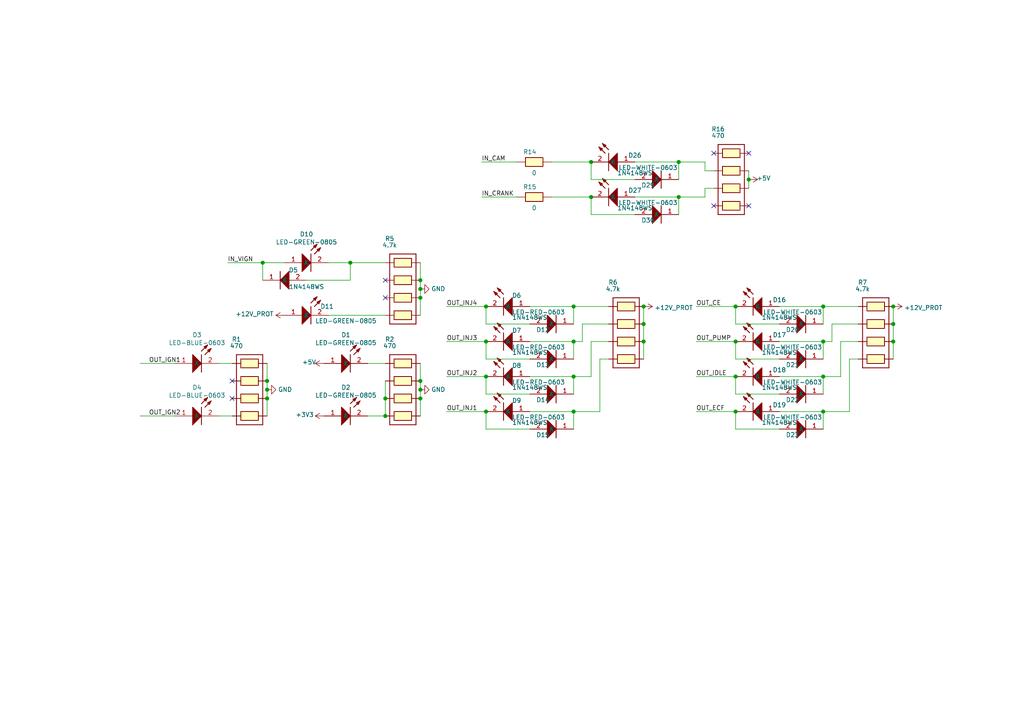
<source format=kicad_sch>
(kicad_sch (version 20210406) (generator eeschema)
  (paper "A4")
  (lib_symbols
    (symbol "hellen-one-common:+12V_PROT" (power) (pin_names (offset 0))
      (property "Value" "+12V_PROT" (at 0 3.556 0))
      (symbol "+12V_PROT_0_1"
        (polyline (pts (xy -0.762 1.27) (xy 0 2.54)))
        (polyline (pts (xy 0 0) (xy 0 2.54)))
        (polyline (pts (xy 0 2.54) (xy 0.762 1.27)))
      )
      (symbol "+12V_PROT_1_1"
        (pin power_in line (at 0 0 90) (length 0) hide (name "+12V_PROT") (number "1"))
      )
    )
    (symbol "hellen-one-common:1N4148WS"
      (property "Reference" "D" (at 0 2.54 0))
      (property "Value" "1N4148WS" (at 0 -3.81 0))
      (symbol "1N4148WS_1_0"
        (polyline (pts (xy 2.54 2.54) (xy 2.54 -2.54)) (stroke (width 0.254)))
        (polyline (pts (xy 0 -2.54) (xy 2.54 0) (xy 0 2.54) (xy 0 -2.54)) (stroke (width 0.254)) (fill (type outline)))
        (pin passive line (at 7.62 0 180) (length 5.08) (name "K") (number "1"))
        (pin passive line (at -5.08 0 0) (length 5.08) (name "A") (number "2"))
      )
    )
    (symbol "hellen-one-common:LED"
      (property "Reference" "D" (at 0 2.54 0))
      (property "Value" "LED-COLOR-0805" (at 0 -3.81 0))
      (symbol "LED_1_0"
        (polyline (pts (xy 2.54 2.54) (xy 2.54 -2.54)) (stroke (width 0.254)))
        (polyline (pts (xy 2.54 3.556) (xy 4.318 5.334)) (stroke (width 0.254)))
        (polyline (pts (xy 3.556 2.54) (xy 5.334 4.318)) (stroke (width 0.254)))
        (polyline (pts (xy 0 -2.54) (xy 2.54 0) (xy 0 2.54) (xy 0 -2.54)) (stroke (width 0.254)) (fill (type outline)))
        (polyline (pts (xy 4.318 5.334) (xy 3.302 4.826) (xy 3.81 4.318) (xy 4.318 5.334)) (stroke (width 0.254)) (fill (type outline)))
        (polyline (pts (xy 5.334 4.318) (xy 4.318 3.81) (xy 4.826 3.302) (xy 5.334 4.318)) (stroke (width 0.254)) (fill (type outline)))
        (pin passive line (at -5.08 0 0) (length 5.08) (name "A") (number "1"))
        (pin passive line (at 7.62 0 180) (length 5.08) (name "K") (number "2"))
      )
    )
    (symbol "hellen-one-common:LED_0603"
      (property "Reference" "D" (at 0 2.54 0))
      (property "Value" "LED_0603" (at 0 -3.81 0))
      (symbol "LED_0603_1_0"
        (polyline (pts (xy 2.54 2.54) (xy 2.54 -2.54)) (stroke (width 0.254)))
        (polyline (pts (xy 2.54 3.556) (xy 4.318 5.334)) (stroke (width 0.254)))
        (polyline (pts (xy 3.556 2.54) (xy 5.334 4.318)) (stroke (width 0.254)))
        (polyline (pts (xy 0 -2.54) (xy 2.54 0) (xy 0 2.54) (xy 0 -2.54)) (stroke (width 0.254)) (fill (type outline)))
        (polyline (pts (xy 4.318 5.334) (xy 3.302 4.826) (xy 3.81 4.318) (xy 4.318 5.334)) (stroke (width 0.254)) (fill (type outline)))
        (polyline (pts (xy 5.334 4.318) (xy 4.318 3.81) (xy 4.826 3.302) (xy 5.334 4.318)) (stroke (width 0.254)) (fill (type outline)))
        (pin passive line (at -5.08 0 0) (length 5.08) (name "A") (number "1"))
        (pin passive line (at 7.62 0 180) (length 5.08) (name "K") (number "2"))
      )
    )
    (symbol "hellen-one-common:Res" (pin_numbers hide)
      (property "Reference" "R" (at 3.81 2.54 0))
      (property "Value" "Res" (at 5.08 -2.54 0))
      (symbol "Res_1_0"
        (rectangle (start 2.54 -1.27) (end 7.62 1.27) (stroke (width 0.254)) (fill (type background)))
        (pin passive line (at 0 0 0) (length 2.54) (name "") (number "1"))
        (pin passive line (at 10.16 0 180) (length 2.54) (name "") (number "2"))
      )
    )
    (symbol "hellen-one-common:Res_Array_4" (pin_numbers hide)
      (property "Reference" "R" (at -6.35 6.35 0))
      (symbol "Res_Array_4_1_0"
        (rectangle (start -2.54 -13.97) (end -7.62 -16.51) (stroke (width 0.254)) (fill (type background)))
        (rectangle (start -2.54 -8.89) (end -7.62 -11.43) (stroke (width 0.254)) (fill (type background)))
        (rectangle (start -2.54 -3.81) (end -7.62 -6.35) (stroke (width 0.254)) (fill (type background)))
        (rectangle (start -2.54 1.27) (end -7.62 -1.27) (stroke (width 0.254)) (fill (type background)))
        (polyline (pts (xy -8.89 -17.78) (xy -1.27 -17.78)) (stroke (width 0.254)))
        (polyline (pts (xy -8.89 2.54) (xy -8.89 -17.78)) (stroke (width 0.254)))
        (polyline (pts (xy -8.89 2.54) (xy -1.27 2.54)) (stroke (width 0.254)))
        (polyline (pts (xy -1.27 2.54) (xy -1.27 -17.78)) (stroke (width 0.254)))
        (pin passive line (at -10.16 0 0) (length 2.54) (name "") (number "1"))
        (pin passive line (at -10.16 -5.08 0) (length 2.54) (name "") (number "2"))
        (pin passive line (at -10.16 -10.16 0) (length 2.54) (name "") (number "3"))
        (pin passive line (at -10.16 -15.24 0) (length 2.54) (name "") (number "4"))
        (pin passive line (at 0 -15.24 180) (length 2.54) (name "") (number "5"))
        (pin passive line (at 0 -10.16 180) (length 2.54) (name "") (number "6"))
        (pin passive line (at 0 -5.08 180) (length 2.54) (name "") (number "7"))
        (pin passive line (at 0 0 180) (length 2.54) (name "") (number "8"))
      )
    )
    (symbol "power:+3V3" (power) (pin_names (offset 0))
      (property "Value" "+3V3" (at 0 3.556 0))
      (symbol "+3V3_0_1"
        (polyline (pts (xy -0.762 1.27) (xy 0 2.54)))
        (polyline (pts (xy 0 0) (xy 0 2.54)))
        (polyline (pts (xy 0 2.54) (xy 0.762 1.27)))
      )
      (symbol "+3V3_1_1"
        (pin power_in line (at 0 0 90) (length 0) hide (name "+3V3") (number "1"))
      )
    )
    (symbol "power:+5V" (power) (pin_names (offset 0))
      (property "Value" "+5V" (at 0 3.556 0))
      (symbol "+5V_0_1"
        (polyline (pts (xy -0.762 1.27) (xy 0 2.54)))
        (polyline (pts (xy 0 0) (xy 0 2.54)))
        (polyline (pts (xy 0 2.54) (xy 0.762 1.27)))
      )
      (symbol "+5V_1_1"
        (pin power_in line (at 0 0 90) (length 0) hide (name "+5V") (number "1"))
      )
    )
    (symbol "power:GND" (power) (pin_names (offset 0))
      (property "Value" "GND" (at 0 -3.81 0))
      (symbol "GND_0_1"
        (polyline (pts (xy 0 0) (xy 0 -1.27) (xy 1.27 -1.27) (xy 0 -2.54) (xy -1.27 -1.27) (xy 0 -1.27)))
      )
      (symbol "GND_1_1"
        (pin power_in line (at 0 0 270) (length 0) hide (name "GND") (number "1"))
      )
    )
  )
  (junction (at 76.2 76.2) (diameter 1.016))
  (junction (at 77.47 110.49) (diameter 1.016))
  (junction (at 77.47 113.03) (diameter 1.016))
  (junction (at 77.47 115.57) (diameter 1.016))
  (junction (at 101.6 76.2) (diameter 1.016))
  (junction (at 111.76 115.57) (diameter 1.016))
  (junction (at 111.76 120.65) (diameter 1.016))
  (junction (at 121.92 81.28) (diameter 1.016))
  (junction (at 121.92 83.82) (diameter 1.016))
  (junction (at 121.92 86.36) (diameter 1.016))
  (junction (at 121.92 110.49) (diameter 1.016))
  (junction (at 121.92 113.03) (diameter 1.016))
  (junction (at 121.92 115.57) (diameter 1.016))
  (junction (at 140.97 88.9) (diameter 1.016))
  (junction (at 140.97 99.06) (diameter 1.016))
  (junction (at 140.97 109.22) (diameter 1.016))
  (junction (at 140.97 119.38) (diameter 1.016))
  (junction (at 166.37 88.9) (diameter 1.016))
  (junction (at 166.37 99.06) (diameter 1.016))
  (junction (at 166.37 109.22) (diameter 1.016))
  (junction (at 166.37 119.38) (diameter 1.016))
  (junction (at 171.45 46.99) (diameter 1.016))
  (junction (at 171.45 57.15) (diameter 1.016))
  (junction (at 186.69 88.9) (diameter 1.016))
  (junction (at 186.69 93.98) (diameter 1.016))
  (junction (at 186.69 99.06) (diameter 1.016))
  (junction (at 196.85 46.99) (diameter 1.016))
  (junction (at 196.85 57.15) (diameter 1.016))
  (junction (at 213.36 88.9) (diameter 1.016))
  (junction (at 213.36 99.06) (diameter 1.016))
  (junction (at 213.36 109.22) (diameter 1.016))
  (junction (at 213.36 119.38) (diameter 1.016))
  (junction (at 217.17 52.07) (diameter 1.016))
  (junction (at 238.76 88.9) (diameter 1.016))
  (junction (at 238.76 99.06) (diameter 1.016))
  (junction (at 238.76 109.22) (diameter 1.016))
  (junction (at 238.76 119.38) (diameter 1.016))
  (junction (at 259.08 88.9) (diameter 1.016))
  (junction (at 259.08 93.98) (diameter 1.016))
  (junction (at 259.08 99.06) (diameter 1.016))
  (no_connect (at 67.31 110.49))
  (no_connect (at 67.31 115.57))
  (no_connect (at 111.76 81.28))
  (no_connect (at 111.76 86.36))
  (no_connect (at 207.01 44.45))
  (no_connect (at 207.01 59.69))
  (no_connect (at 217.17 44.45))
  (no_connect (at 217.17 59.69))
  (wire (pts (xy 50.8 105.41) (xy 40.64 105.41)))
  (wire (pts (xy 50.8 120.65) (xy 40.64 120.65)))
  (wire (pts (xy 63.5 105.41) (xy 67.31 105.41)))
  (wire (pts (xy 63.5 120.65) (xy 67.31 120.65)))
  (wire (pts (xy 66.04 76.2) (xy 76.2 76.2)))
  (wire (pts (xy 76.2 76.2) (xy 76.2 81.28)))
  (wire (pts (xy 77.47 105.41) (xy 77.47 110.49)))
  (wire (pts (xy 77.47 110.49) (xy 77.47 113.03)))
  (wire (pts (xy 77.47 113.03) (xy 77.47 115.57)))
  (wire (pts (xy 77.47 115.57) (xy 77.47 120.65)))
  (wire (pts (xy 82.55 76.2) (xy 76.2 76.2)))
  (wire (pts (xy 88.9 81.28) (xy 101.6 81.28)))
  (wire (pts (xy 95.25 91.44) (xy 111.76 91.44)))
  (wire (pts (xy 101.6 76.2) (xy 95.25 76.2)))
  (wire (pts (xy 101.6 76.2) (xy 111.76 76.2)))
  (wire (pts (xy 101.6 81.28) (xy 101.6 76.2)))
  (wire (pts (xy 106.68 105.41) (xy 111.76 105.41)))
  (wire (pts (xy 106.68 120.65) (xy 111.76 120.65)))
  (wire (pts (xy 111.76 110.49) (xy 111.76 115.57)))
  (wire (pts (xy 111.76 115.57) (xy 111.76 120.65)))
  (wire (pts (xy 121.92 76.2) (xy 121.92 81.28)))
  (wire (pts (xy 121.92 81.28) (xy 121.92 83.82)))
  (wire (pts (xy 121.92 83.82) (xy 121.92 86.36)))
  (wire (pts (xy 121.92 86.36) (xy 121.92 91.44)))
  (wire (pts (xy 121.92 105.41) (xy 121.92 110.49)))
  (wire (pts (xy 121.92 110.49) (xy 121.92 113.03)))
  (wire (pts (xy 121.92 113.03) (xy 121.92 115.57)))
  (wire (pts (xy 121.92 115.57) (xy 121.92 120.65)))
  (wire (pts (xy 129.54 88.9) (xy 140.97 88.9)))
  (wire (pts (xy 129.54 99.06) (xy 140.97 99.06)))
  (wire (pts (xy 129.54 109.22) (xy 140.97 109.22)))
  (wire (pts (xy 129.54 119.38) (xy 140.97 119.38)))
  (wire (pts (xy 139.7 46.99) (xy 149.86 46.99)))
  (wire (pts (xy 139.7 57.15) (xy 149.86 57.15)))
  (wire (pts (xy 140.97 93.98) (xy 140.97 88.9)))
  (wire (pts (xy 140.97 104.14) (xy 140.97 99.06)))
  (wire (pts (xy 140.97 114.3) (xy 140.97 109.22)))
  (wire (pts (xy 140.97 124.46) (xy 140.97 119.38)))
  (wire (pts (xy 153.67 93.98) (xy 140.97 93.98)))
  (wire (pts (xy 153.67 104.14) (xy 140.97 104.14)))
  (wire (pts (xy 153.67 114.3) (xy 140.97 114.3)))
  (wire (pts (xy 153.67 124.46) (xy 140.97 124.46)))
  (wire (pts (xy 160.02 46.99) (xy 171.45 46.99)))
  (wire (pts (xy 160.02 57.15) (xy 171.45 57.15)))
  (wire (pts (xy 166.37 88.9) (xy 153.67 88.9)))
  (wire (pts (xy 166.37 88.9) (xy 176.53 88.9)))
  (wire (pts (xy 166.37 93.98) (xy 166.37 88.9)))
  (wire (pts (xy 166.37 99.06) (xy 153.67 99.06)))
  (wire (pts (xy 166.37 99.06) (xy 168.91 99.06)))
  (wire (pts (xy 166.37 104.14) (xy 166.37 99.06)))
  (wire (pts (xy 166.37 109.22) (xy 153.67 109.22)))
  (wire (pts (xy 166.37 109.22) (xy 171.45 109.22)))
  (wire (pts (xy 166.37 114.3) (xy 166.37 109.22)))
  (wire (pts (xy 166.37 119.38) (xy 153.67 119.38)))
  (wire (pts (xy 166.37 119.38) (xy 173.99 119.38)))
  (wire (pts (xy 166.37 124.46) (xy 166.37 119.38)))
  (wire (pts (xy 168.91 93.98) (xy 176.53 93.98)))
  (wire (pts (xy 168.91 99.06) (xy 168.91 93.98)))
  (wire (pts (xy 171.45 52.07) (xy 171.45 46.99)))
  (wire (pts (xy 171.45 62.23) (xy 171.45 57.15)))
  (wire (pts (xy 171.45 99.06) (xy 176.53 99.06)))
  (wire (pts (xy 171.45 109.22) (xy 171.45 99.06)))
  (wire (pts (xy 173.99 104.14) (xy 176.53 104.14)))
  (wire (pts (xy 173.99 119.38) (xy 173.99 104.14)))
  (wire (pts (xy 184.15 52.07) (xy 171.45 52.07)))
  (wire (pts (xy 184.15 62.23) (xy 171.45 62.23)))
  (wire (pts (xy 186.69 88.9) (xy 186.69 93.98)))
  (wire (pts (xy 186.69 93.98) (xy 186.69 99.06)))
  (wire (pts (xy 186.69 99.06) (xy 186.69 104.14)))
  (wire (pts (xy 196.85 46.99) (xy 184.15 46.99)))
  (wire (pts (xy 196.85 46.99) (xy 204.47 46.99)))
  (wire (pts (xy 196.85 52.07) (xy 196.85 46.99)))
  (wire (pts (xy 196.85 57.15) (xy 184.15 57.15)))
  (wire (pts (xy 196.85 57.15) (xy 204.47 57.15)))
  (wire (pts (xy 196.85 62.23) (xy 196.85 57.15)))
  (wire (pts (xy 201.93 88.9) (xy 213.36 88.9)))
  (wire (pts (xy 201.93 99.06) (xy 213.36 99.06)))
  (wire (pts (xy 201.93 109.22) (xy 213.36 109.22)))
  (wire (pts (xy 201.93 119.38) (xy 213.36 119.38)))
  (wire (pts (xy 204.47 49.53) (xy 204.47 46.99)))
  (wire (pts (xy 204.47 54.61) (xy 207.01 54.61)))
  (wire (pts (xy 204.47 57.15) (xy 204.47 54.61)))
  (wire (pts (xy 207.01 49.53) (xy 204.47 49.53)))
  (wire (pts (xy 213.36 93.98) (xy 213.36 88.9)))
  (wire (pts (xy 213.36 104.14) (xy 213.36 99.06)))
  (wire (pts (xy 213.36 114.3) (xy 213.36 109.22)))
  (wire (pts (xy 213.36 124.46) (xy 213.36 119.38)))
  (wire (pts (xy 217.17 49.53) (xy 217.17 52.07)))
  (wire (pts (xy 217.17 52.07) (xy 217.17 54.61)))
  (wire (pts (xy 226.06 93.98) (xy 213.36 93.98)))
  (wire (pts (xy 226.06 104.14) (xy 213.36 104.14)))
  (wire (pts (xy 226.06 114.3) (xy 213.36 114.3)))
  (wire (pts (xy 226.06 124.46) (xy 213.36 124.46)))
  (wire (pts (xy 238.76 88.9) (xy 226.06 88.9)))
  (wire (pts (xy 238.76 88.9) (xy 248.92 88.9)))
  (wire (pts (xy 238.76 93.98) (xy 238.76 88.9)))
  (wire (pts (xy 238.76 99.06) (xy 226.06 99.06)))
  (wire (pts (xy 238.76 99.06) (xy 241.3 99.06)))
  (wire (pts (xy 238.76 104.14) (xy 238.76 99.06)))
  (wire (pts (xy 238.76 109.22) (xy 226.06 109.22)))
  (wire (pts (xy 238.76 109.22) (xy 243.84 109.22)))
  (wire (pts (xy 238.76 114.3) (xy 238.76 109.22)))
  (wire (pts (xy 238.76 119.38) (xy 226.06 119.38)))
  (wire (pts (xy 238.76 119.38) (xy 246.38 119.38)))
  (wire (pts (xy 238.76 124.46) (xy 238.76 119.38)))
  (wire (pts (xy 241.3 93.98) (xy 248.92 93.98)))
  (wire (pts (xy 241.3 99.06) (xy 241.3 93.98)))
  (wire (pts (xy 243.84 99.06) (xy 248.92 99.06)))
  (wire (pts (xy 243.84 109.22) (xy 243.84 99.06)))
  (wire (pts (xy 246.38 104.14) (xy 248.92 104.14)))
  (wire (pts (xy 246.38 119.38) (xy 246.38 104.14)))
  (wire (pts (xy 259.08 88.9) (xy 259.08 93.98)))
  (wire (pts (xy 259.08 93.98) (xy 259.08 99.06)))
  (wire (pts (xy 259.08 99.06) (xy 259.08 104.14)))
  (label "OUT_IGN1" (at 43.18 105.41 0))
  (label "OUT_IGN2" (at 43.18 120.65 0))
  (label "IN_VIGN" (at 66.04 76.2 0))
  (label "OUT_INJ4" (at 129.54 88.9 0))
  (label "OUT_INJ3" (at 129.54 99.06 0))
  (label "OUT_INJ2" (at 129.54 109.22 0))
  (label "OUT_INJ1" (at 129.54 119.38 0))
  (label "IN_CAM" (at 139.7 46.99 0))
  (label "IN_CRANK" (at 139.7 57.15 0))
  (label "OUT_CE" (at 201.93 88.9 0))
  (label "OUT_PUMP" (at 201.93 99.06 0))
  (label "OUT_IDLE" (at 201.93 109.22 0))
  (label "OUT_ECF" (at 201.93 119.38 0))
  (symbol (lib_id "hellen-one-common:+12V_PROT") (at 82.55 91.44 90) (unit 1)
    (property "Reference" "#PWR0156" (effects hide))
    (property "Value" "+12V_PROT" (at 79.3749 91.0717 90) (effects (justify left)))
  )
  (symbol (lib_id "power:+5V") (at 93.98 105.41 90) (unit 1)
    (property "Reference" "#PWR0138" (effects hide))
    (property "Value" "+5V" (at 89.6556 105.0417 90))
  )
  (symbol (lib_id "power:+3V3") (at 93.98 120.65 90) (unit 1)
    (property "Reference" "#PWR0125" (effects hide))
    (property "Value" "+3V3" (at 88.3856 120.2817 90))
  )
  (symbol (lib_id "hellen-one-common:+12V_PROT") (at 186.69 88.9 270) (unit 1)
    (property "Reference" "#PWR0174" (effects hide))
    (property "Value" "+12V_PROT" (at 189.8651 89.2683 90) (effects (justify left)))
  )
  (symbol (lib_id "power:+5V") (at 217.17 52.07 270) (mirror x) (unit 1)
    (property "Reference" "#PWR04" (effects hide))
    (property "Value" "+5V" (at 221.4944 51.7017 90))
  )
  (symbol (lib_id "hellen-one-common:+12V_PROT") (at 259.08 88.9 270) (unit 1)
    (property "Reference" "#PWR0165" (effects hide))
    (property "Value" "+12V_PROT" (at 262.2551 89.2683 90) (effects (justify left)))
  )
  (symbol (lib_id "power:GND") (at 77.47 113.03 90) (unit 1)
    (property "Reference" "#PWR0137" (effects hide))
    (property "Value" "GND" (at 82.6834 112.9792 90))
  )
  (symbol (lib_id "power:GND") (at 121.92 83.82 90) (unit 1)
    (property "Reference" "#PWR0155" (effects hide))
    (property "Value" "GND" (at 127.1334 83.7692 90))
  )
  (symbol (lib_id "power:GND") (at 121.92 113.03 90) (unit 1)
    (property "Reference" "#PWR0124" (effects hide))
    (property "Value" "GND" (at 127.1334 112.9792 90))
  )
  (symbol (lib_id "hellen-one-common:Res") (at 149.86 46.99 0) (unit 1)
    (property "Reference" "R14" (at 153.67 44.0498 0))
    (property "Value" "0" (at 154.94 50.1585 0))
    (property "Footprint" "hellen-one-common:R0603" (effects hide))
    (property "LCSC" "C21189" (effects hide))
  )
  (symbol (lib_id "hellen-one-common:Res") (at 149.86 57.15 0) (unit 1)
    (property "Reference" "R15" (at 153.67 54.2098 0))
    (property "Value" "0" (at 154.94 60.3185 0))
    (property "Footprint" "hellen-one-common:R0603" (effects hide))
    (property "LCSC" "C21189" (effects hide))
  )
  (symbol (lib_id "hellen-one-common:1N4148WS") (at 83.82 81.28 180) (unit 1)
    (property "Reference" "D5" (at 85.09 78.3398 0))
    (property "Value" "1N4148WS" (at 88.9 83.1785 0))
    (property "Footprint" "hellen-one-common:SOD-323" (effects hide))
    (property "LCSC" "C2128" (effects hide))
  )
  (symbol (lib_id "hellen-one-common:1N4148WS") (at 158.75 93.98 0) (unit 1)
    (property "Reference" "D12" (at 157.48 95.6502 0))
    (property "Value" "1N4148WS" (at 153.67 92.0815 0))
    (property "Footprint" "hellen-one-common:SOD-323" (effects hide))
    (property "LCSC" "C2128" (effects hide))
  )
  (symbol (lib_id "hellen-one-common:1N4148WS") (at 158.75 104.14 0) (unit 1)
    (property "Reference" "D13" (at 157.48 105.8102 0))
    (property "Value" "1N4148WS" (at 153.67 102.2415 0))
    (property "Footprint" "hellen-one-common:SOD-323" (effects hide))
    (property "LCSC" "C2128" (effects hide))
  )
  (symbol (lib_id "hellen-one-common:1N4148WS") (at 158.75 114.3 0) (unit 1)
    (property "Reference" "D14" (at 157.48 115.9702 0))
    (property "Value" "1N4148WS" (at 153.67 112.4015 0))
    (property "Footprint" "hellen-one-common:SOD-323" (effects hide))
    (property "LCSC" "C2128" (effects hide))
  )
  (symbol (lib_id "hellen-one-common:1N4148WS") (at 158.75 124.46 0) (unit 1)
    (property "Reference" "D15" (at 157.48 126.1302 0))
    (property "Value" "1N4148WS" (at 153.67 122.5615 0))
    (property "Footprint" "hellen-one-common:SOD-323" (effects hide))
    (property "LCSC" "C2128" (effects hide))
  )
  (symbol (lib_id "hellen-one-common:1N4148WS") (at 189.23 52.07 0) (unit 1)
    (property "Reference" "D29" (at 187.96 53.7402 0))
    (property "Value" "1N4148WS" (at 184.15 50.1715 0))
    (property "Footprint" "hellen-one-common:SOD-323" (effects hide))
    (property "LCSC" "C2128" (effects hide))
  )
  (symbol (lib_id "hellen-one-common:1N4148WS") (at 189.23 62.23 0) (unit 1)
    (property "Reference" "D30" (at 187.96 63.9002 0))
    (property "Value" "1N4148WS" (at 184.15 60.3315 0))
    (property "Footprint" "hellen-one-common:SOD-323" (effects hide))
    (property "LCSC" "C2128" (effects hide))
  )
  (symbol (lib_id "hellen-one-common:1N4148WS") (at 231.14 93.98 0) (unit 1)
    (property "Reference" "D20" (at 229.87 95.6502 0))
    (property "Value" "1N4148WS" (at 226.06 92.0815 0))
    (property "Footprint" "hellen-one-common:SOD-323" (effects hide))
    (property "LCSC" "C2128" (effects hide))
  )
  (symbol (lib_id "hellen-one-common:1N4148WS") (at 231.14 104.14 0) (unit 1)
    (property "Reference" "D21" (at 229.87 105.8102 0))
    (property "Value" "1N4148WS" (at 226.06 102.2415 0))
    (property "Footprint" "hellen-one-common:SOD-323" (effects hide))
    (property "LCSC" "C2128" (effects hide))
  )
  (symbol (lib_id "hellen-one-common:1N4148WS") (at 231.14 114.3 0) (unit 1)
    (property "Reference" "D22" (at 229.87 115.9702 0))
    (property "Value" "1N4148WS" (at 226.06 112.4015 0))
    (property "Footprint" "hellen-one-common:SOD-323" (effects hide))
    (property "LCSC" "C2128" (effects hide))
  )
  (symbol (lib_id "hellen-one-common:1N4148WS") (at 231.14 124.46 0) (unit 1)
    (property "Reference" "D23" (at 229.87 126.1302 0))
    (property "Value" "1N4148WS" (at 226.06 122.5615 0))
    (property "Footprint" "hellen-one-common:SOD-323" (effects hide))
    (property "LCSC" "C2128" (effects hide))
  )
  (symbol (lib_id "hellen-one-common:LED_0603") (at 55.88 105.41 0) (unit 1)
    (property "Reference" "D3" (at 57.15 97.1358 0))
    (property "Value" "LED-BLUE-0603" (at 57.15 99.4345 0))
    (property "Footprint" "hellen-one-common:LED-0603" (effects hide))
    (property "LCSC" "C72041" (effects hide))
  )
  (symbol (lib_id "hellen-one-common:LED_0603") (at 55.88 120.65 0) (unit 1)
    (property "Reference" "D4" (at 57.15 112.3758 0))
    (property "Value" "LED-BLUE-0603" (at 57.15 114.6745 0))
    (property "Footprint" "hellen-one-common:LED-0603" (effects hide))
    (property "LCSC" "C72041" (effects hide))
  )
  (symbol (lib_id "hellen-one-common:LED") (at 87.63 76.2 0) (unit 1)
    (property "Reference" "D10" (at 88.9 67.9258 0))
    (property "Value" "LED-GREEN-0805" (at 88.9 70.2245 0))
    (property "Footprint" "hellen-one-common:LED-0805" (effects hide))
    (property "LCSC" "C2297" (effects hide))
  )
  (symbol (lib_id "hellen-one-common:LED") (at 87.63 91.44 0) (unit 1)
    (property "Reference" "D11" (at 94.8595 88.8709 0))
    (property "Value" "LED-GREEN-0805" (at 100.33 93.0845 0))
    (property "Footprint" "hellen-one-common:LED-0805" (effects hide))
    (property "LCSC" "C2297" (effects hide))
  )
  (symbol (lib_id "hellen-one-common:LED") (at 99.06 105.41 0) (unit 1)
    (property "Reference" "D1" (at 100.33 97.1358 0))
    (property "Value" "LED-GREEN-0805" (at 100.33 99.4345 0))
    (property "Footprint" "hellen-one-common:LED-0805" (effects hide))
    (property "LCSC" "C2297" (effects hide))
  )
  (symbol (lib_id "hellen-one-common:LED") (at 99.06 120.65 0) (unit 1)
    (property "Reference" "D2" (at 100.33 112.3758 0))
    (property "Value" "LED-GREEN-0805" (at 100.33 114.6745 0))
    (property "Footprint" "hellen-one-common:LED-0805" (effects hide))
    (property "LCSC" "C2297" (effects hide))
  )
  (symbol (lib_id "hellen-one-common:LED_0603") (at 148.59 88.9 0) (mirror y) (unit 1)
    (property "Reference" "D6" (at 149.86 85.7058 0))
    (property "Value" "LED-RED-0603" (at 156.21 90.5445 0))
    (property "Footprint" "hellen-one-common:LED-0603" (effects hide))
    (property "LCSC" "C2286" (effects hide))
  )
  (symbol (lib_id "hellen-one-common:LED_0603") (at 148.59 99.06 0) (mirror y) (unit 1)
    (property "Reference" "D7" (at 149.86 95.8658 0))
    (property "Value" "LED-RED-0603" (at 156.21 100.7045 0))
    (property "Footprint" "hellen-one-common:LED-0603" (effects hide))
    (property "LCSC" "C2286" (effects hide))
  )
  (symbol (lib_id "hellen-one-common:LED_0603") (at 148.59 109.22 0) (mirror y) (unit 1)
    (property "Reference" "D8" (at 149.86 106.0258 0))
    (property "Value" "LED-RED-0603" (at 156.21 110.8645 0))
    (property "Footprint" "hellen-one-common:LED-0603" (effects hide))
    (property "LCSC" "C2286" (effects hide))
  )
  (symbol (lib_id "hellen-one-common:LED_0603") (at 148.59 119.38 0) (mirror y) (unit 1)
    (property "Reference" "D9" (at 149.86 116.1858 0))
    (property "Value" "LED-RED-0603" (at 156.21 121.0245 0))
    (property "Footprint" "hellen-one-common:LED-0603" (effects hide))
    (property "LCSC" "C2286" (effects hide))
  )
  (symbol (lib_id "hellen-one-common:LED_0603") (at 179.07 46.99 0) (mirror y) (unit 1)
    (property "Reference" "D26" (at 184.15 45.0658 0))
    (property "Value" "LED-WHITE-0603" (at 187.96 48.6345 0))
    (property "Footprint" "hellen-one-common:LED-0603" (effects hide))
    (property "LCSC" "C2290" (effects hide))
  )
  (symbol (lib_id "hellen-one-common:LED_0603") (at 179.07 57.15 0) (mirror y) (unit 1)
    (property "Reference" "D27" (at 184.15 55.2258 0))
    (property "Value" "LED-WHITE-0603" (at 187.96 58.7945 0))
    (property "Footprint" "hellen-one-common:LED-0603" (effects hide))
    (property "LCSC" "C2290" (effects hide))
  )
  (symbol (lib_id "hellen-one-common:LED_0603") (at 220.98 88.9 0) (mirror y) (unit 1)
    (property "Reference" "D16" (at 226.06 86.9758 0))
    (property "Value" "LED-WHITE-0603" (at 229.87 90.5445 0))
    (property "Footprint" "hellen-one-common:LED-0603" (effects hide))
    (property "LCSC" "C2290" (effects hide))
  )
  (symbol (lib_id "hellen-one-common:LED_0603") (at 220.98 99.06 0) (mirror y) (unit 1)
    (property "Reference" "D17" (at 226.06 97.1358 0))
    (property "Value" "LED-WHITE-0603" (at 229.87 100.7045 0))
    (property "Footprint" "hellen-one-common:LED-0603" (effects hide))
    (property "LCSC" "C2290" (effects hide))
  )
  (symbol (lib_id "hellen-one-common:LED_0603") (at 220.98 109.22 0) (mirror y) (unit 1)
    (property "Reference" "D18" (at 226.06 107.2958 0))
    (property "Value" "LED-WHITE-0603" (at 229.87 110.8645 0))
    (property "Footprint" "hellen-one-common:LED-0603" (effects hide))
    (property "LCSC" "C2290" (effects hide))
  )
  (symbol (lib_id "hellen-one-common:LED_0603") (at 220.98 119.38 0) (mirror y) (unit 1)
    (property "Reference" "D19" (at 226.06 117.4558 0))
    (property "Value" "LED-WHITE-0603" (at 229.87 121.0245 0))
    (property "Footprint" "hellen-one-common:LED-0603" (effects hide))
    (property "LCSC" "C2290" (effects hide))
  )
  (symbol (lib_id "hellen-one-common:Res_Array_4") (at 67.31 105.41 0) (mirror y) (unit 1)
    (property "Reference" "R1" (at 68.58 98.4186 0))
    (property "Value" "470" (at 68.58 100.33 0))
    (property "Footprint" "hellen-one-common:R0603-4" (effects hide))
    (property "LCSC" "C25510" (effects hide))
  )
  (symbol (lib_id "hellen-one-common:Res_Array_4") (at 111.76 76.2 0) (mirror y) (unit 1)
    (property "Reference" "R5" (at 113.03 69.2086 0))
    (property "Value" "4.7k" (at 113.03 71.12 0))
    (property "Footprint" "hellen-one-common:R0603-4" (effects hide))
    (property "LCSC" "C1980" (effects hide))
  )
  (symbol (lib_id "hellen-one-common:Res_Array_4") (at 111.76 105.41 0) (mirror y) (unit 1)
    (property "Reference" "R2" (at 113.03 98.4186 0))
    (property "Value" "470" (at 113.03 100.33 0))
    (property "Footprint" "hellen-one-common:R0603-4" (effects hide))
    (property "LCSC" "C25510" (effects hide))
  )
  (symbol (lib_id "hellen-one-common:Res_Array_4") (at 176.53 88.9 0) (mirror y) (unit 1)
    (property "Reference" "R6" (at 177.8 81.9086 0))
    (property "Value" "4.7k" (at 177.8 83.82 0))
    (property "Footprint" "hellen-one-common:R0603-4" (effects hide))
    (property "LCSC" "C1980" (effects hide))
  )
  (symbol (lib_id "hellen-one-common:Res_Array_4") (at 207.01 44.45 0) (mirror y) (unit 1)
    (property "Reference" "R16" (at 208.28 37.4586 0))
    (property "Value" "470" (at 208.28 39.37 0))
    (property "Footprint" "hellen-one-common:R0603-4" (effects hide))
    (property "LCSC" "C25510" (effects hide))
  )
  (symbol (lib_id "hellen-one-common:Res_Array_4") (at 248.92 88.9 0) (mirror y) (unit 1)
    (property "Reference" "R7" (at 250.19 81.9086 0))
    (property "Value" "4.7k" (at 250.19 83.82 0))
    (property "Footprint" "hellen-one-common:R0603-4" (effects hide))
    (property "LCSC" "C1980" (effects hide))
  )
)
</source>
